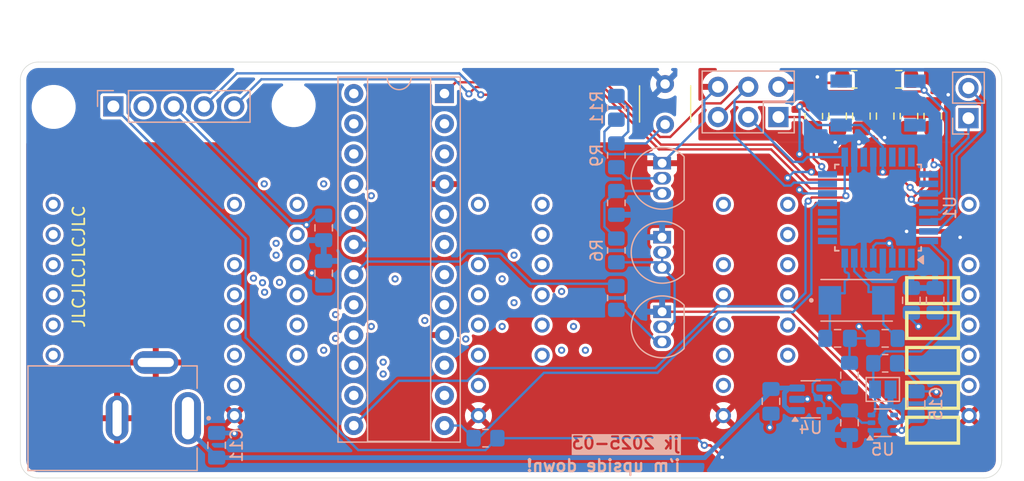
<source format=kicad_pcb>
(kicad_pcb (version 20240108) (generator "pcbnew") (generator_version "8.0")
  (layers (0 "F.Cu" signal) (1 "In1.Cu" signal) (2 "In2.Cu" signal) (31 "B.Cu" signal) (34 "B.Paste" user) (35 "F.Paste" user) (36 "B.SilkS" user "B.Silkscreen") (37 "F.SilkS" user "F.Silkscreen") (38 "B.Mask" user) (39 "F.Mask" user) (44 "Edge.Cuts" user))
  (net 0 "")
  (net 1 "Net-(U1-XTAL2{slash}PB7)")
  (net 2 "GND")
  (net 3 "Net-(U1-XTAL1{slash}PB6)")
  (net 4 "/mcu_reset")
  (net 5 "+5V")
  (net 6 "+3V3")
  (net 7 "/v_in_raw")
  (net 8 "/uart_rxd")
  (net 9 "/uart_txd")
  (net 10 "/spi_mosi")
  (net 11 "/spi_clk")
  (net 12 "/spi_miso")
  (net 13 "/3v3_en")
  (net 14 "/DIG_0")
  (net 15 "/SEG_F")
  (net 16 "/SEG_A")
  (net 17 "/SEG_C")
  (net 18 "/SEG_E")
  (net 19 "/SEG_LDP")
  (net 20 "/SEG_G")
  (net 21 "/SEG_D")
  (net 22 "/SEG_B")
  (net 23 "/DIG_1")
  (net 24 "/DIG_2")
  (net 25 "/DIG_3")
  (net 26 "Net-(Q1-B)")
  (net 27 "Net-(Q2-C)")
  (net 28 "Net-(Q3-B)")
  (net 29 "Net-(Q3-C)")
  (net 30 "/i2c_scl")
  (net 31 "/i2c_sda")
  (net 32 "Net-(R11-Pad1)")
  (net 33 "/spi_cs_max")
  (net 34 "/iset")
  (footprint "inv_footprints:LDS-C814RI_LUM" (layer "F.Cu") (at 51.26 37.72)
    (property "Reference" "LED1" (hide yes))
    (property "Value" "LDS-C814RI")
  )
  (footprint "inv_footprints:LDS-C814RI_LUM" (layer "F.Cu") (at 71.77 37.72)
    (property "Reference" "LED2" (hide yes))
    (property "Value" "LDS-C814RI")
  )
  (footprint "Resistor_SMD:R_0805_2012Metric_Pad1.20x1.40mm_HandSolder" (layer "F.Cu") (at 123.2 30.3 -90)
    (property "Reference" "R2" (hide yes))
    (property "Value" "5.1k")
  )
  (footprint "Resistor_SMD:R_0805_2012Metric_Pad1.20x1.40mm_HandSolder" (layer "F.Cu") (at 115.2 30.3 90)
    (property "Reference" "R4" (hide yes))
    (property "Value" "100k")
  )
  (footprint "Resistor_SMD:R_0805_2012Metric_Pad1.20x1.40mm_HandSolder" (layer "F.Cu") (at 118.6 27.2)
    (property "Reference" "R1" (hide yes))
    (property "Value" "10k")
  )
  (footprint "inv_footprints:LDS-C814RI_LUM" (layer "F.Cu") (at 92.3604 37.72)
    (property "Reference" "LED3" (hide yes))
    (property "Value" "LDS-C814RI")
  )
  (footprint "inv_footprints:LDS-C814RI_LUM" (layer "F.Cu") (at 113.01 37.72)
    (property "Reference" "LED4" (hide yes))
    (property "Value" "LDS-C814RI")
  )
  (footprint "OptoDevice:R_LDR_5.1x4.3mm_P3.4mm_Vertical" (layer "F.Cu") (at 102.7 27.6 -90)
    (property "Reference" "R7" (hide yes))
    (property "Value" "R_Photo")
  )
  (footprint "Resistor_SMD:R_0805_2012Metric_Pad1.20x1.40mm_HandSolder" (layer "F.Cu") (at 125.2 30.3 -90)
    (property "Reference" "R3" (hide yes))
    (property "Value" "5.1k")
  )
  (footprint "Capacitor_SMD:C_0805_2012Metric_Pad1.18x1.45mm_HandSolder" (layer "F.Cu") (at 119.2 30.3 90)
    (property "Reference" "C5" (hide yes))
    (property "Value" "100n")
  )
  (footprint "Capacitor_SMD:C_0805_2012Metric_Pad1.18x1.45mm_HandSolder" (layer "F.Cu") (at 117.2 30.3 90)
    (property "Reference" "C6" (hide yes))
    (property "Value" "100n")
  )
  (footprint "Capacitor_SMD:C_0805_2012Metric_Pad1.18x1.45mm_HandSolder" (layer "F.Cu") (at 121.2 30.3 90)
    (property "Reference" "C7" (hide yes))
    (property "Value" "100n")
  )
  (footprint "Capacitor_SMD:C_0805_2012Metric_Pad1.18x1.45mm_HandSolder" (layer "F.Cu") (at 122.35 27.2)
    (property "Reference" "C3" (hide yes))
    (property "Value" "0.1u")
  )
  (footprint "Resistor_SMD:R_0805_2012Metric_Pad1.20x1.40mm_HandSolder" (layer "B.Cu") (at 98.6 45.6 90)
    (property "Reference" "R10" (hide yes))
    (property "Value" "100k")
  )
  (footprint "inv_footprints:MPD_EJ508A" (layer "B.Cu") (at 59.8825 55.72 90)
    (property "Reference" "J3" (hide yes))
    (property "Value" "Conn_01x02")
  )
  (footprint "Capacitor_SMD:C_0805_2012Metric_Pad1.18x1.45mm_HandSolder" (layer "B.Cu") (at 65 58 90)
    (property "Reference" "C11")
    (property "Value" "1u")
  )
  (footprint "Resistor_SMD:R_0805_2012Metric_Pad1.20x1.40mm_HandSolder" (layer "B.Cu") (at 87.6 57.4 180)
    (property "Reference" "R8" (hide yes))
    (property "Value" "100k")
  )
  (footprint "Capacitor_SMD:C_0805_2012Metric_Pad1.18x1.45mm_HandSolder" (layer "B.Cu") (at 118.2 52.1 90)
    (property "Reference" "C13" (hide yes))
    (property "Value" "1u")
  )
  (footprint "Connector_PinHeader_2.54mm:PinHeader_1x02_P2.54mm_Vertical" (layer "B.Cu") (at 128.2 30.475)
    (property "Reference" "J1" (hide yes))
    (property "Value" "Conn_01x02")
  )
  (footprint "Capacitor_SMD:C_0805_2012Metric_Pad1.18x1.45mm_HandSolder" (layer "B.Cu") (at 125.4 45.8 -90)
    (property "Reference" "C4" (hide yes))
    (property "Value" "100n")
  )
  (footprint "Capacitor_SMD:C_0805_2012Metric_Pad1.18x1.45mm_HandSolder" (layer "B.Cu") (at 123.8 54.5 90)
    (property "Reference" "C15")
    (property "Value" "1u")
  )
  (footprint "Resistor_SMD:R_0805_2012Metric_Pad1.20x1.40mm_HandSolder" (layer "B.Cu") (at 98.6 41.6 -90)
    (property "Reference" "R6")
    (property "Value" "10k")
  )
  (footprint "Capacitor_SMD:C_0805_2012Metric_Pad1.18x1.45mm_HandSolder" (layer "B.Cu") (at 118.2 56.1 90)
    (property "Reference" "C14" (hide yes))
    (property "Value" "1u")
  )
  (footprint "Capacitor_SMD:C_0805_2012Metric_Pad1.18x1.45mm_HandSolder" (layer "B.Cu") (at 121.2 49 180)
    (property "Reference" "C2" (hide yes))
    (property "Value" "18p")
  )
  (footprint "Package_TO_SOT_SMD:SOT-23-5" (layer "B.Cu") (at 114.93 54.13)
    (property "Reference" "U4")
    (property "Value" "MIC5205-5.0YM5")
  )
  (footprint "Capacitor_SMD:C_0805_2012Metric_Pad1.18x1.45mm_HandSolder" (layer "B.Cu") (at 74 43.525 -90)
    (property "Reference" "C9" (hide yes))
    (property "Value" "10u")
  )
  (footprint "Package_TO_SOT_THT:TO-92_Inline" (layer "B.Cu") (at 102.45 34.26 -90)
    (property "Reference" "Q3" (hide yes))
    (property "Value" "2N3904")
  )
  (footprint "inv_footprints:SKQGADE010" (layer "B.Cu") (at 120.6 29.2 180)
    (property "Reference" "SW1" (hide yes))
    (property "Value" "SW_Push")
  )
  (footprint "Package_TO_SOT_THT:TO-92_Inline" (layer "B.Cu") (at 102.45 46.76 -90)
    (property "Reference" "Q2" (hide yes))
    (property "Value" "2N3906")
  )
  (footprint "Capacitor_SMD:C_0805_2012Metric_Pad1.18x1.45mm_HandSolder" (layer "B.Cu") (at 123.4 45.8 -90)
    (property "Reference" "C8" (hide yes))
    (property "Value" "100n")
  )
  (footprint "Capacitor_SMD:C_0805_2012Metric_Pad1.18x1.45mm_HandSolder" (layer "B.Cu") (at 111.6 54.3 -90)
    (property "Reference" "C12" (hide yes))
    (property "Value" "1u")
  )
  (footprint "Capacitor_SMD:C_0805_2012Metric_Pad1.18x1.45mm_HandSolder" (layer "B.Cu") (at 117.2 49)
    (property "Reference" "C1" (hide yes))
    (property "Value" "18p")
  )
  (footprint "Jumper:SolderJumper-2_P1.3mm_Open_Pad1.0x1.5mm" (layer "B.Cu") (at 121 53.3)
    (property "Reference" "JP1" (hide yes))
    (property "Value" "3v3_or")
  )
  (footprint "Resistor_SMD:R_0805_2012Metric_Pad1.20x1.40mm_HandSolder" (layer "B.Cu") (at 98.6 37.6 90)
    (property "Reference" "R5" (hide yes))
    (property "Value" "1k")
  )
  (footprint "inv_footprints:scd_40" (layer "B.Cu") (at 54.2 29.4 -90)
    (property "Reference" "U2" (hide yes))
    (property "Value" "~")
  )
  (footprint "Package_DIP:DIP-24_W7.62mm_Socket" (layer "B.Cu") (at 84.15 28.4 180)
    (property "Reference" "U3" (hide yes))
    (property "Value" "MAX7221xNG")
  )
  (footprint "Package_TO_SOT_THT:TO-92_Inline" (layer "B.Cu") (at 102.45 40.49 -90)
    (property "Reference" "Q1" (hide yes))
    (property "Value" "2N3906")
  )
  (footprint "Package_QFP:TQFP-32_7x7mm_P0.8mm" (layer "B.Cu") (at 120.6 38 90)
    (property "Reference" "U1")
    (property "Value" "ATmega328P-A")
  )
  (footprint "Resistor_SMD:R_0805_2012Metric_Pad1.20x1.40mm_HandSolder" (layer "B.Cu") (at 121.2 51.1)
    (property "Reference" "R12" (hide yes))
    (property "Value" "100k")
  )
  (footprint "Resistor_SMD:R_0805_2012Metric_Pad1.20x1.40mm_HandSolder" (layer "B.Cu") (at 98.6 33.6 -90)
    (property "Reference" "R9")
    (property "Value" "22k")
  )
  (footprint "Package_TO_SOT_SMD:SOT-353_SC-70-5" (layer "B.Cu") (at 121 56.1)
    (property "Reference" "U5")
    (property "Value" "MIC5366-3.3YC5")
  )
  (footprint "Capacitor_SMD:C_0805_2012Metric_Pad1.18x1.45mm_HandSolder" (layer "B.Cu") (at 74 39.7 90)
    (property "Reference" "C10" (hide yes))
    (property "Value" "0.1u")
  )
  (footprint "inv_footprints:XTAL_ECS-160-18-23A-EN-TR" (layer "B.Cu") (at 118.8 45.8)
    (property "Reference" "Y1" (hide yes))
    (property "Value" "16MHz")
  )
  (footprint "Connector_PinHeader_2.54mm:PinHeader_2x03_P2.54mm_Vertical" (layer "B.Cu") (at 112.225 30.375 90)
    (property "Reference" "J2" (hide yes))
    (property "Value" "Conn_02x03_Odd_Even")
  )
  (footprint "Resistor_SMD:R_0805_2012Metric_Pad1.20x1.40mm_HandSolder" (layer "B.Cu") (at 98.6 29.6 -90)
    (property "Reference" "R11")
    (property "Value" "100k")
  )
  (gr_line (start 50 25.75) (end 129.5 25.75) (stroke (width 0.05)) (layer "Edge.Cuts"))
  (gr_line (start 129.5 60.75) (end 50 60.75) (stroke (width 0.05)) (layer "Edge.Cuts"))
  (gr_arc (start 50 60.75) (mid 48.93934 60.31066) (end 48.5 59.25) (stroke (width 0.05)) (layer "Edge.Cuts"))
  (gr_arc (start 129.5 25.75) (mid 130.56066 26.18934) (end 131 27.25) (stroke (width 0.05)) (layer "Edge.Cuts"))
  (gr_line (start 48.5 59.25) (end 48.5 27.25) (stroke (width 0.05)) (layer "Edge.Cuts"))
  (gr_arc (start 48.5 27.25) (mid 48.93934 26.18934) (end 50 25.75) (stroke (width 0.05)) (layer "Edge.Cuts"))
  (gr_arc (start 131 59.25) (mid 130.56066 60.31066) (end 129.5 60.75) (stroke (width 0.05)) (layer "Edge.Cuts"))
  (gr_line (start 131 27.25) (end 131 59.25) (stroke (width 0.05)) (layer "Edge.Cuts"))
  (gr_text "jk 2025-03" (at 104 58.4 0) (layer "B.SilkS" knockout) (effects (font (size 1 1) (thickness 0.2) (bold yes)) (justify left bottom mirror)))
  (gr_text "i'm upside down!" (at 104.1 60.3 0) (layer "B.SilkS") (effects (font (size 1 1) (thickness 0.2) (bold yes)) (justify left bottom mirror)))
  (gr_text "JLCJLCJLCJLC" (at 54 48.2 90) (layer "F.SilkS") (effects (font (size 1 1)) (justify left bottom)))
  (gr_text "恒星重工業" (at 127.2 58.2 90) (layer "F.SilkS") (effects (font (size 3.75 3.5) (thickness 0.75) (bold yes)) (justify left bottom)))
  (segment (start 117.8 44.5) (end 117.8 45.2) (width 0.2) (layer "B.Cu") (net 1))
  (segment (start 117.15 45.2) (end 116.55 45.8) (width 0.2) (layer "B.Cu") (net 1))
  (segment (start 116.55 48.6125) (end 116.1625 49) (width 0.2) (layer "B.Cu") (net 1))
  (segment (start 117.8 42.25) (end 117.8 43.3) (width 0.2) (layer "B.Cu") (net 1))
  (segment (start 117.8 45.2) (end 117.15 45.2) (width 0.2) (layer "B.Cu") (net 1))
  (segment (start 117.8 44.24) (end 117.8 44.48) (width 0.2) (layer "B.Cu") (net 1))
  (segment (start 117.8 44.48) (end 117.8 44.5) (width 0.2) (layer "B.Cu") (net 1))
  (segment (start 118.15 43.65) (end 118.15 43.89) (width 0.2) (layer "B.Cu") (net 1))
  (segment (start 116.55 45.8) (end 116.55 48.6125) (width 0.2) (layer "B.Cu") (net 1))
  (arc (start 117.975 44.065) (mid 117.851256 44.116256) (end 117.8 44.24) (width 0.2) (layer "B.Cu") (net 1))
  (arc (start 118.15 43.89) (mid 118.098744 44.013744) (end 117.975 44.065) (width 0.2) (layer "B.Cu") (net 1))
  (arc (start 117.975 43.475) (mid 118.098744 43.526256) (end 118.15 43.65) (width 0.2) (layer "B.Cu") (net 1))
  (arc (start 117.8 43.3) (mid 117.851256 43.423744) (end 117.975 43.475) (width 0.2) (layer "B.Cu") (net 1))
  (segment (start 114 33.5) (end 114.5 34) (width 0.2) (layer "F.Cu") (net 2))
  (segment (start 114.5 34.5) (end 115 35) (width 0.2) (layer "F.Cu") (net 2))
  (segment (start 121.2 29.2625) (end 119.2 29.2625) (width 0.2) (layer "F.Cu") (net 2))
  (segment (start 119.2 29.2625) (end 117.2 29.2625) (width 0.2) (layer "F.Cu") (net 2))
  (segment (start 114.5 34) (end 114.5 34.5) (width 0.2) (layer "F.Cu") (net 2))
  (segment (start 113 35.5) (end 114 36.5) (width 0.2) (layer "F.Cu") (net 2))
  (segment (start 114.2 29.3) (end 114 29.5) (width 0.2) (layer "F.Cu") (net 2))
  (segment (start 115.2 29.3) (end 114.2 29.3) (width 0.2) (layer "F.Cu") (net 2))
  (segment (start 117.2 29.2625) (end 115.2375 29.2625) (width 0.2) (layer "F.Cu") (net 2))
  (segment (start 115.2375 29.2625) (end 115.2 29.3) (width 0.2) (layer "F.Cu") (net 2))
  (via (at 111.5 56.5) (size 0.6) (drill 0.3) (layers "F.Cu" "B.Cu") (net 2))
  (via (at 73 43.5) (size 0.6) (drill 0.3) (layers "F.Cu" "B.Cu") (net 2))
  (via (at 121.55 41) (size 0.6) (drill 0.3) (layers "F.Cu" "B.Cu") (net 2))
  (via (at 124 48) (size 0.6) (drill 0.3) (layers "F.Cu" "B.Cu") (net 2))
  (via (at 66.5 57) (size 0.6) (drill 0.3) (layers "F.Cu" "B.Cu") (net 2))
  (via (at 119 48) (size 0.6) (drill 0.3) (layers "F.Cu" "B.Cu") (net 2))
  (via (at 114.661036 54.108964) (size 0.6) (drill 0.3) (layers "F.Cu" "B.Cu") (net 2))
  (via (at 114 29.5) (size 0.6) (drill 0.3) (layers "F.Cu" "B.Cu") (net 2))
  (via (at 72.55625 39.441439) (size 0.6) (drill 0.3) (layers "F.Cu" "B.Cu") (net 2))
  (via (at 114 33.5) (size 0.6) (drill 0.3) (layers "F.Cu" "B.Cu") (net 2))
  (via (at 121 35) (size 0.6) (drill 0.3) (layers "F.Cu" "B.Cu") (net 2))
  (via (at 115 35) (size 0.6) (drill 0.3) (layers "F.Cu" "B.Cu") (net 2))
  (via (at 114 36.5) (size 0.6) (drill 0.3) (layers "F.Cu" "B.Cu") (net 2))
  (via (at 116.5 54) (size 0.6) (drill 0.3) (layers "F.Cu" "B.Cu") (net 2))
  (via (at 125.5 53.5) (size 0.6) (drill 0.3) (layers "F.Cu" "B.Cu") (net 2))
  (via (at 113 35.5) (size 0.6) (drill 0.3) (layers "F.Cu" "B.Cu") (net 2))
  (segment (start 101.69 33.5) (end 102.45 34.26) (width 0.2) (layer "B.Cu") (net 2))
  (segment (start 118.2 51.0625) (end 118.2 49.0375) (width 0.2) (layer "B.Cu") (net 2))
  (segment (start 97.915256 33.5) (end 101.69 33.5) (width 0.2) (layer "B.Cu") (net 2))
  (segment (start 102.45 34.26) (end 105.995 30.715) (width 0.2) (layer "B.Cu") (net 2))
  (segment (start 119.175 31.05) (end 117.5 31.05) (width 0.2) (layer "B.Cu") (net 2))
  (segment (start 116.35 36.8) (end 114.3 36.8) (width 0.2) (layer "B.Cu") (net 2))
  (segment (start 115.55 31.05) (end 117.5 31.05) (width 0.2) (layer "B.Cu") (net 2))
  (segment (start 125.4 46.8375) (end 123.4 46.8375) (width 0.2) (layer "B.Cu") (net 2))
  (segment (start 61.4 29.48) (end 71.245 39.325) (width 0.2) (layer "B.Cu") (net 2))
  (segment (start 120.2 41.25) (end 120.2 42.25) (width 0.2) (layer "B.Cu") (net 2))
  (segment (start 66.4625 56.9625) (end 66.5 57) (width 0.4) (layer "B.Cu") (net 2))
  (segment (start 113.7925 54.13) (end 114.64 54.13) (width 0.2) (layer "B.Cu") (net 2))
  (segment (start 120 49) (end 119 48) (width 0.2) (layer "B.Cu") (net 2))
  (segment (start 123.8 52.7) (end 122.2 51.1) (width 0.2) (layer "B.Cu") (net 2))
  (segment (start 121 33.75) (end 121 35) (width 0.2) (layer "B.Cu") (net 2))
  (segment (start 111.6 55.3375) (end 111.6 56.4) (width 0.2) (layer "B.Cu") (net 2))
  (segment (start 121.8 42.25) (end 121.8 41.25) (width 0.2) (layer "B.Cu") (net 2))
  (segment (start 114 29.5) (end 115.55 31.05) (width 0.2) (layer "B.Cu") (net 2))
  (segment (start 123.8 53.4625) (end 123.8 52.7) (width 0.2) (layer "B.Cu") (net 2))
  (segment (start 105.995 28.985) (end 107.145 27.835) (width 0.2) (layer "B.Cu") (net 2))
  (segment (start 73.335189 38.6625) (end 72.55625 39.441439) (width 0.2) (layer "B.Cu") (net 2))
  (segment (start 117.5625 55.0625) (end 116.5 54) (width 0.2) (layer "B.Cu") (net 2))
  (segment (start 97.6 31.6) (end 97.6 33.184744) (width 0.2) (layer "B.Cu") (net 2))
  (segment (start 105.995 30.715) (end 105.995 28.985) (width 0.2) (layer "B.Cu") (net 2))
  (segment (start 123.4 47.4) (end 124 48) (width 0.2) (layer "B.Cu") (net 2))
  (segment (start 98.6 30.6) (end 97.6 31.6) (width 0.2) (layer "B.Cu") (net 2))
  (segment (start 114.64 54.13) (end 114.661036 54.108964) (width 0.2) (layer "B.Cu") (net 2))
  (segment (start 97.6 33.184744) (end 97.915256 33.5) (width 0.2) (layer "B.Cu") (net 2))
  (segment (start 120.1625 49) (end 118.2375 49) (width 0.2) (layer "B.Cu") (net 2))
  (segment (start 120.05 56.1) (end 119.2375 56.1) (width 0.2) (layer "B.Cu") (net 2))
  (segment (start 123.4 46.8375) (end 123.4 47.4) (width 0.2) (layer "B.Cu") (net 2))
  (segment (start 113.5 35) (end 113 35.5) (width 0.2) (layer "B.Cu") (net 2))
  (segment (start 121 32.875) (end 119.175 31.05) (width 0.2) (layer "B.Cu") (net 2))
  (segment (start 74 44.5) (end 73 43.5) (width 0.2) (layer "B.Cu") (net 2))
  (segment (start 114.3 36.8) (end 114 36.5) (width 0.2) (layer "B.Cu") (net 2))
  (segment (start 72.439811 39.325) (end 72.55625 39.441439) (width 0.2) (layer "B.Cu") (net 2))
  (segment (start 121.8 41.25) (end 121.55 41) (width 0.2) (layer "B.Cu") (net 2))
  (segment (start 118.2 55.0625) (end 117.5625 55.0625) (width 0.2) (layer "B.Cu") (net 2))
  (segment (start 74 38.6625) (end 73.335189 38.6625) (width 0.2) (layer "B.Cu") (net 2))
  (segment (start 121 33.75) (end 121 32.875) (width 0.2) (layer "B.Cu") (net 2))
  (segment (start 111.6 56.4) (end 111.5 56.5) (width 0.2) (layer "B.Cu") (net 2))
  (segment (start 65 56.9625) (end 66.4625 56.9625) (width 0.4) (layer "B.Cu") (net 2))
  (segment (start 74 44.5625) (end 74 44.5) (width 0.2) (layer "B.Cu") (net 2))
  (segment (start 121.55 41) (end 120.45 41) (width 0.2) (layer "B.Cu") (net 2))
  (segment (start 118.2 49.0375) (end 118.2375 49) (width 0.2) (layer "B.Cu") (net 2))
  (segment (start 115 35) (end 113.5 35) (width 0.2) (layer "B.Cu") (net 2))
  (segment (start 120.1625 49) (end 120 49) (width 0.2) (layer "B.Cu") (net 2))
  (segment (start 120.45 41) (end 120.2 41.25) (width 0.2) (layer "B.Cu") (net 2))
  (segment (start 123.8 53.4625) (end 125.4625 53.4625) (width 0.2) (layer "B.Cu") (net 2))
  (segment (start 71.245 39.325) (end 72.439811 39.325) (width 0.2) (layer "B.Cu") (net 2))
  (segment (start 114 29.5) (end 114 33.5) (width 0.2) (layer "B.Cu") (net 2))
  (segment (start 119.2375 56.1) (end 118.2 55.0625) (width 0.2) (layer "B.Cu") (net 2))
  (segment (start 125.4625 53.4625) (end 125.5 53.5) (width 0.2) (layer "B.Cu") (net 2))
  (segment (start 119.8 45.1) (end 120.35 45.1) (width 0.2) (layer "B.Cu") (net 3))
  (segment (start 119.8 44.55) (end 119.8 45.1) (width 0.2) (layer "B.Cu") (net 3))
  (segment (start 121.05 47.8125) (end 122.2375 49) (width 0.2) (layer "B.Cu") (net 3))
  (segment (start 120.35 45.1) (end 121.05 45.8) (width 0.2) (layer "B.Cu") (net 3))
  (segment (start 121.05 45.8) (end 121.05 47.8125) (width 0.2) (layer "B.Cu") (net 3))
  (segment (start 118.6 43.35) (end 119.8 44.55) (width 0.2) (layer "B.Cu") (net 3))
  (segment (start 118.6 42.25) (end 118.6 43.35) (width 0.2) (layer "B.Cu") (net 3))
  (segment (start 121.3125 27.2) (end 122.3375 28.225) (width 0.2) (layer "F.Cu") (net 4))
  (segment (start 122.3375 28.225) (end 124.375 28.225) (width 0.2) (layer "F.Cu") (net 4))
  (segment (start 113.480761 29.1) (end 108.42 29.1) (width 0.2) (layer "F.Cu") (net 4))
  (segment (start 115.834314 27.9) (end 114.680761 27.9) (width 0.2) (layer "F.Cu") (net 4))
  (segment (start 114.680761 27.9) (end 113.480761 29.1) (width 0.2) (layer "F.Cu") (net 4))
  (segment (start 124.375 28.225) (end 124.475 28.125) (width 0.2) (layer "F.Cu") (net 4))
  (segment (start 119.6 27.2) (end 121.3125 27.2) (width 0.2) (layer "F.Cu") (net 4))
  (segment (start 118.6 28.2) (end 116.134314 28.2) (width 0.2) (layer "F.Cu") (net 4))
  (segment (start 119.6 27.2) (end 118.6 28.2) (width 0.2) (layer "F.Cu") (net 4))
  (segment (start 108.42 29.1) (end 107.145 30.375) (width 0.2) (layer "F.Cu") (net 4))
  (segment (start 116.134314 28.2) (end 115.834314 27.9) (width 0.2) (layer "F.Cu") (net 4))
  (via (at 124.475 28.125) (size 0.6) (drill 0.3) (layers "F.Cu" "B.Cu") (net 4))
  (segment (start 124.475 28.125) (end 123.7 27.35) (width 0.2) (layer "B.Cu") (net 4))
  (segment (start 126.35 37.9) (end 126.35 30) (width 0.2) (layer "B.Cu") (net 4))
  (segment (start 126.35 30) (end 124.475 28.125) (width 0.2) (layer "B.Cu") (net 4))
  (segment (start 124.85 38.4) (end 125.85 38.4) (width 0.2) (layer "B.Cu") (net 4))
  (segment (start 125.85 38.4) (end 126.35 37.9) (width 0.2) (layer "B.Cu") (net 4))
  (segment (start 117.3 27.5) (end 112.56 27.5) (width 0.2) (layer "F.Cu") (net 5))
  (segment (start 117.2 32.3) (end 117 32.5) (width 0.2) (layer "F.Cu") (net 5))
  (segment (start 121.2 31.3375) (end 121.2 32.054399) (width 0.2) (layer "F.Cu") (net 5))
  (segment (start 119.2 32.259418) (end 118.991178 32.46824) (width 0.2) (layer "F.Cu") (net 5))
  (segment (start 119.2 31.3375) (end 121.2 31.3375) (width 0.2) (layer "F.Cu") (net 5))
  (segment (start 125.2 29.3) (end 125.7 29.3) (width 0.2) (layer "F.Cu") (net 5))
  (segment (start 106.5 58) (end 107.5 59) (width 0.2) (layer "F.Cu") (net 5))
  (segment (start 127 40) (end 127.5 40.5) (width 0.4) (layer "F.Cu") (net 5))
  (segment (start 121.2 31.3375) (end 121.2 31.3) (width 0.2) (layer "F.Cu") (net 5))
  (segment (start 123 40) (end 127 40) (width 0.4) (layer "F.Cu") (net 5))
  (segment (start 112.56 27.5) (end 112.225 27.835) (width 0.2) (layer "F.Cu") (net 5))
  (segment (start 119.2 31.3375) (end 119.2 32.259418) (width 0.2) (layer "F.Cu") (net 5))
  (segment (start 116 27.5) (end 115.5 27) (width 0.2) (layer "F.Cu") (net 5))
  (segment (start 121.2 31.3) (end 123.2 29.3) (width 0.2) (layer "F.Cu") (net 5))
  (segment (start 106 58) (end 106.5 58) (width 0.2) (layer "F.Cu") (net 5))
  (segment (start 121.2 32.054399) (end 121.149319 32.10508) (width 0.2) (layer "F.Cu") (net 5))
  (segment (start 117.3 27.5) (end 116 27.5) (width 0.2) (layer "F.Cu") (net 5))
  (segment (start 117.2 31.3375) (end 117.2 32.3) (width 0.2) (layer "F.Cu") (net 5))
  (segment (start 117.6 27.2) (end 117.3 27.5) (width 0.2) (layer "F.Cu") (net 5))
  (segment (start 125.7 29.3) (end 126.5 28.5) (width 0.2) (layer "F.Cu") (net 5))
  (segment (start 123.2 29.3) (end 125.2 29.3) (width 0.2) (layer "F.Cu") (net 5))
  (segment (start 121.2 31.3375) (end 117.2 31.3375) (width 0.2) (layer "F.Cu") (net 5))
  (via (at 117 32.5) (size 0.6) (drill 0.3) (layers "F.Cu" "B.Cu") (net 5))
  (via (at 107.5 59) (size 0.6) (drill 0.3) (layers "F.Cu" "B.Cu") (net 5))
  (via (at 115.5 27) (size 0.6) (drill 0.3) (layers "F.Cu" "B.Cu") (net 5))
  (via (at 123 40) (size 0.6) (drill 0.3) (layers "F.Cu" "B.Cu") (net 5))
  (via (at 127.5 40.5) (size 0.6) (drill 0.3) (layers "F.Cu" "B.Cu") (net 5))
  (via (at 106 58) (size 0.6) (drill 0.3) (layers "F.Cu" "B.Cu") (net 5))
  (via (at 118.991178 32.46824) (size 0.6) (drill 0.3) (layers "F.Cu" "B.Cu") (net 5))
  (via (at 121.149319 32.10508) (size 0.6) (drill 0.3) (layers "F.Cu" "B.Cu") (net 5))
  (via (at 126.5 28.5) (size 0.6) (drill 0.3) (layers "F.Cu" "B.Cu") (net 5))
  (segment (start 115.444448 52.5) (end 117 52.5) (width 0.2) (layer "B.Cu") (net 5))
  (segment (start 117.6375 53.1375) (end 117 52.5) (width 0.2) (layer "B.Cu") (net 5))
  (segment (start 119.4 42.25) (end 119.4 40.1) (width 0.4) (layer "B.Cu") (net 5))
  (segment (start 115.105 53.520552) (end 115.105 52.839448) (width 0.2) (layer "B.Cu") (net 5))
  (segment (start 118.2 53.1375) (end 117.6375 53.1375) (width 0.2) (layer "B.Cu") (net 5))
  (segment (start 119.4 43.25) (end 119.65 43.5) (width 0.2) (layer "B.Cu") (net 5))
  (segment (start 116.0675 55.08) (end 116.0675 54.483052) (width 0.2) (layer "B.Cu") (net 5))
  (segment (start 115.105 52.839448) (end 115.444448 52.5) (width 0.2) (layer "B.Cu") (net 5))
  (segment (start 87.6 58.4) (end 76.9 58.4) (width 0.2) (layer "B.Cu") (net 5))
  (segment (start 67.435 48.935) (end 67.435 40.595) (width 0.2) (layer "B.Cu") (net 5))
  (segment (start 116.0675 54.483052) (end 115.105 53.520552) (width 0.2) (layer "B.Cu") (net 5))
  (segment (start 67.435 40.595) (end 56.32 29.48) (width 0.2) (layer "B.Cu") (net 5))
  (segment (start 119.5 40) (end 123 40) (width 0.4) (layer "B.Cu") (net 5))
  (segment (start 119.4 40.1) (end 119.5 40) (width 0.4) (layer "B.Cu") (net 5))
  (segment (start 119.4 42.25) (end 119.4 43.25) (width 0.2) (layer "B.Cu") (net 5))
  (segment (start 88.6 57.4) (end 105.4 57.4) (width 0.2) (layer "B.Cu") (net 5))
  (segment (start 119.65 43.5) (end 120 43.5) (width 0.2) (layer "B.Cu") (net 5))
  (segment (start 105.4 57.4) (end 106 58) (width 0.2) (layer "B.Cu") (net 5))
  (segment (start 88.6 57.4) (end 87.6 58.4) (width 0.2) (layer "B.Cu") (net 5))
  (segment (start 76.9 58.4) (end 67.435 48.935) (width 0.2) (layer "B.Cu") (net 5))
  (segment (start 102.45 46.76) (end 113.26 46.76) (width 0.2) (layer "F.Cu") (net 6))
  (segment (start 122.5875 56.0875) (end 122.5875 56.75) (width 0.2) (layer "F.Cu") (net 6))
  (segment (start 113.26 46.76) (end 122.5875 56.0875) (width 0.2) (layer "F.Cu") (net 6))
  (via (at 122.5875 56.75) (size 0.6) (drill 0.3) (layers "F.Cu" "B.Cu") (net 6))
  (segment (start 121.95 56.75) (end 122.5875 56.75) (width 0.2) (layer "B.Cu") (net 6))
  (segment (start 122.5875 56.75) (end 123.8 55.5375) (width 0.2) (layer "B.Cu") (net 6))
  (segment (start 111.6825 53.18) (end 111.6 53.2625) (width 0.4) (layer "B.Cu") (net 7))
  (segment (start 111.6 53.2625) (end 111.6 53.460661) (width 0.4) (layer "B.Cu") (net 7))
  (segment (start 111.6 53.460661) (end 106.023161 59.0375) (width 0.4) (layer "B.Cu") (net 7))
  (segment (start 112.73 54.679999) (end 112.73 53.580001) (width 0.4) (layer "B.Cu") (net 7))
  (segment (start 113.7925 55.08) (end 113.130001 55.08) (width 0.4) (layer "B.Cu") (net 7))
  (segment (start 113.130001 55.08) (end 112.73 54.679999) (width 0.4) (layer "B.Cu") (net 7))
  (segment (start 112.73 53.580001) (end 113.130001 53.18) (width 0.4) (layer "B.Cu") (net 7))
  (segment (start 62.5875 56.625) (end 62.5875 55.72) (width 0.4) (layer "B.Cu") (net 7))
  (segment (start 113.130001 53.18) (end 113.7925 53.18) (width 0.4) (layer "B.Cu") (net 7))
  (segment (start 113.7925 53.18) (end 111.6825 53.18) (width 0.4) (layer "B.Cu") (net 7))
  (segment (start 106.023161 59.0375) (end 65 59.0375) (width 0.4) (layer "B.Cu") (net 7))
  (segment (start 65 59.0375) (end 62.5875 56.625) (width 0.4) (layer "B.Cu") (net 7))
  (segment (start 126.8 38.015686) (end 126.8 33.5) (width 0.2) (layer "B.Cu") (net 8))
  (segment (start 125.840686 38.975) (end 126.8 38.015686) (width 0.2) (layer "B.Cu") (net 8))
  (segment (start 126.8 33.5) (end 128.2 32.1) (width 0.2) (layer "B.Cu") (net 8))
  (segment (start 128.2 32.1) (end 128.2 30.475) (width 0.2) (layer "B.Cu") (net 8))
  (segment (start 124.85 39.2) (end 125.075 38.975) (width 0.2) (layer "B.Cu") (net 8))
  (segment (start 125.075 38.975) (end 125.840686 38.975) (width 0.2) (layer "B.Cu") (net 8))
  (segment (start 129.35 29.085) (end 128.2 27.935) (width 0.2) (layer "B.Cu") (net 9))
  (segment (start 127.2 33.665686) (end 129.35 31.515686) (width 0.2) (layer "B.Cu") (net 9))
  (segment (start 129.35 31.515686) (end 129.35 29.085) (width 0.2) (layer "B.Cu") (net 9))
  (segment (start 127.2 38.375) (end 127.2 33.665686) (width 0.2) (layer "B.Cu") (net 9))
  (segment (start 124.85 40) (end 125.575 40) (width 0.2) (layer "B.Cu") (net 9))
  (segment (start 125.575 40) (end 127.2 38.375) (width 0.2) (layer "B.Cu") (net 9))
  (segment (start 105.959925 29.225) (end 107.381346 29.225) (width 0.2) (layer "F.Cu") (net 10))
  (segment (start 107.381346 29.225) (end 108.771346 27.835) (width 0.2) (layer "F.Cu") (net 10))
  (segment (start 85.1 27.45) (end 97.665075 27.45) (width 0.2) (layer "F.Cu") (net 10))
  (segment (start 108.771346 27.835) (end 109.685 27.835) (width 0.2) (layer "F.Cu") (net 10))
  (segment (start 84.15 28.4) (end 85.1 27.45) (width 0.2) (layer "F.Cu") (net 10))
  (segment (start 97.665075 27.45) (end 102.265075 32.05) (width 0.2) (layer "F.Cu") (net 10))
  (segment (start 102.265075 32.05) (end 103.134925 32.05) (width 0.2) (layer "F.Cu") (net 10))
  (segment (start 103.134925 32.05) (end 105.959925 29.225) (width 0.2) (layer "F.Cu") (net 10))
  (segment (start 108.535 31.954239) (end 108.535 28.985) (width 0.2) (layer "B.Cu") (net 10))
  (segment (start 108.535 28.985) (end 109.685 27.835) (width 0.2) (layer "B.Cu") (net 10))
  (segment (start 116.35 36) (end 116.25 35.9) (width 0.2) (layer "B.Cu") (net 10))
  (segment (start 116.25 35.9) (end 113.519239 35.9) (width 0.2) (layer "B.Cu") (net 10))
  (segment (start 112.730761 36.15) (end 108.535 31.954239) (width 0.2) (layer "B.Cu") (net 10))
  (segment (start 113.269239 36.15) (end 112.730761 36.15) (width 0.2) (layer "B.Cu") (net 10))
  (segment (start 113.519239 35.9) (end 113.269239 36.15) (width 0.2) (layer "B.Cu") (net 10))
  (segment (start 117.751854 37.148146) (end 115.030759 37.148146) (width 0.2) (layer "F.Cu") (net 11))
  (segment (start 115.030759 37.148146) (end 114.728905 37.45) (width 0.2) (layer "F.Cu") (net 11))
  (segment (start 117.9 37) (end 117.751854 37.148146) (width 0.2) (layer "F.Cu") (net 11))
  (via (at 114.728905 37.45) (size 0.6) (drill 0.3) (layers "F.Cu" "B.Cu") (net 11))
  (via (at 117.9 37) (size 0.6) (drill 0.3) (layers "F.Cu" "B.Cu") (net 11))
  (segment (start 114.5 45.17229) (end 114.5 37.678905) (width 0.2) (layer "B.Cu") (net 11))
  (segment (start 113.37229 46.3) (end 114.5 45.17229) (width 0.2) (layer "B.Cu") (net 11))
  (segment (start 76.53 56.34) (end 80.29729 52.57271) (width 0.2) (layer "B.Cu") (net 11))
  (segment (start 80.29729 52.57271) (end 86.075 52.57271) (width 0.2) (layer "B.Cu") (net 11))
  (segment (start 101.9 51.5) (end 107.1 46.3) (width 0.2) (layer "B.Cu") (net 11))
  (segment (start 86.075 52.57271) (end 87.14771 51.5) (width 0.2) (layer "B.Cu") (net 11))
  (segment (start 87.14771 51.5) (end 101.9 51.5) (width 0.2) (layer "B.Cu") (net 11))
  (segment (start 114.669239 33.75) (end 114.269239 34.15) (width 0.2) (layer "B.Cu") (net 11))
  (segment (start 113.46 34.15) (end 109.685 30.375) (width 0.2) (layer "B.Cu") (net 11))
  (segment (start 117.8 33.75) (end 114.669239 33.75) (width 0.2) (layer "B.Cu") (net 11))
  (segment (start 107.1 46.3) (end 113.37229 46.3) (width 0.2) (layer "B.Cu") (net 11))
  (segment (start 117.8 33.75) (end 117.8 36.9) (width 0.2) (layer "B.Cu") (net 11))
  (segment (start 114.5 37.678905) (end 114.728905 37.45) (width 0.2) (layer "B.Cu") (net 11))
  (segment (start 114.269239 34.15) (end 113.46 34.15) (width 0.2) (layer "B.Cu") (net 11))
  (segment (start 117.8 36.9) (end 117.9 37) (width 0.2) (layer "B.Cu") (net 11))
  (segment (start 115.2 33.88076) (end 115.863797 34.544557) (width 0.2) (layer "F.Cu") (net 12))
  (segment (start 115.2 31.3) (end 115.2 33.88076) (width 0.2) (layer "F.Cu") (net 12))
  (segment (start 114.275 30.375) (end 112.225 30.375) (width 0.2) (layer "F.Cu") (net 12))
  (segment (start 115.2 31.3) (end 114.275 30.375) (width 0.2) (layer "F.Cu") (net 12))
  (via (at 115.863797 34.544557) (size 0.6) (drill 0.3) (layers "F.Cu" "B.Cu") (net 12))
  (segment (start 116.35 35.2) (end 115.863797 34.713797) (width 0.2) (layer "B.Cu") (net 12))
  (segment (start 115.863797 34.713797) (end 115.863797 34.544557) (width 0.2) (layer "B.Cu") (net 12))
  (segment (start 124.2 50.1) (end 126.5 47.8) (width 0.2) (layer "B.Cu") (net 13))
  (segment (start 126.5 42.45) (end 124.85 40.8) (width 0.2) (layer "B.Cu") (net 13))
  (segment (start 120.35 53.3) (end 120.35 55.15) (width 0.2) (layer "B.Cu") (net 13))
  (segment (start 126.5 47.8) (end 126.5 42.45) (width 0.2) (layer "B.Cu") (net 13))
  (segment (start 120.2 51.1) (end 121.2 50.1) (width 0.2) (layer "B.Cu") (net 13))
  (segment (start 120.35 55.15) (end 120.05 55.45) (width 0.2) (layer "B.Cu") (net 13))
  (segment (start 120.2 53.15) (end 120.35 53.3) (width 0.2) (layer "B.Cu") (net 13))
  (segment (start 120.2 51.1) (end 120.2 53.15) (width 0.2) (layer "B.Cu") (net 13))
  (segment (start 121.2 50.1) (end 124.2 50.1) (width 0.2) (layer "B.Cu") (net 13))
  (via (at 79 51) (size 0.6) (drill 0.3) (layers "F.Cu" "B.Cu") (net 15))
  (via (at 74 50) (size 0.6) (drill 0.3) (layers "F.Cu" "B.Cu") (net 15))
  (via (at 75 49) (size 0.6) (drill 0.3) (layers "F.Cu" "B.Cu") (net 15))
  (via (at 82.5 47.5) (size 0.6) (drill 0.3) (layers "F.Cu" "B.Cu") (net 15))
  (via (at 78 37) (size 0.6) (drill 0.3) (layers "F.Cu" "B.Cu") (net 16))
  (via (at 78 48) (size 0.6) (drill 0.3) (layers "F.Cu" "B.Cu") (net 16))
  (via (at 96 50) (size 0.6) (drill 0.3) (layers "F.Cu" "B.Cu") (net 17))
  (via (at 75 47) (size 0.6) (drill 0.3) (layers "F.Cu" "B.Cu") (net 17))
  (via (at 89 48) (size 0.6) (drill 0.3) (layers "F.Cu" "B.Cu") (net 17))
  (via (at 94 50) (size 0.6) (drill 0.3) (layers "F.Cu" "B.Cu") (net 17))
  (via (at 79 52) (size 0.6) (drill 0.3) (layers "F.Cu" "B.Cu") (net 19))
  (via (at 70 42) (size 0.6) (drill 0.3) (layers "F.Cu" "B.Cu") (net 19))
  (via (at 68.856775 44.319159) (size 0.6) (drill 0.3) (layers "F.Cu" "B.Cu") (net 19))
  (via (at 80 44) (size 0.6) (drill 0.3) (layers "F.Cu" "B.Cu") (net 20))
  (via (at 95 48) (size 0.6) (drill 0.3) (layers "F.Cu" "B.Cu") (net 20))
  (via (at 70 41) (size 0.6) (drill 0.3) (layers "F.Cu" "B.Cu") (net 21))
  (via (at 68.09786 43.936338) (size 0.6) (drill 0.3) (layers "F.Cu" "B.Cu") (net 21))
  (via (at 85.944103 49.055633) (size 0.6) (drill 0.3) (layers "F.Cu" "B.Cu") (net 22))
  (via (at 90 46) (size 0.6) (drill 0.3) (layers "F.Cu" "B.Cu") (net 22))
  (via (at 94 45.055) (size 0.6) (drill 0.3) (layers "F.Cu" "B.Cu") (net 22))
  (via (at 69.03143 45.117213) (size 0.6) (drill 0.3) (layers "F.Cu" "B.Cu") (net 23))
  (via (at 69 36) (size 0.6) (drill 0.3) (layers "F.Cu" "B.Cu") (net 23))
  (via (at 70.285 44.285) (size 0.6) (drill 0.3) (layers "F.Cu" "B.Cu") (net 23))
  (via (at 74 36) (size 0.6) (drill 0.3) (layers "F.Cu" "B.Cu") (net 23))
  (via (at 90 42) (size 0.6) (drill 0.3) (layers "F.Cu" "B.Cu") (net 24))
  (via (at 89 44) (size 0.6) (drill 0.3) (layers "F.Cu" "B.Cu") (net 25))
  (segment (start 103.5 47.585) (end 103.5 44.08) (width 0.2) (layer "B.Cu") (net 26))
  (segment (start 98.6 42.6) (end 102.02 42.6) (width 0.2) (layer "B.Cu") (net 26))
  (segment (start 102.02 42.6) (end 102.45 43.03) (width 0.2) (layer "B.Cu") (net 26))
  (segment (start 102.45 43.03) (end 102.45 41.76) (width 0.2) (layer "B.Cu") (net 26))
  (segment (start 103.055 48.03) (end 103.5 47.585) (width 0.2) (layer "B.Cu") (net 26))
  (segment (start 102.45 48.03) (end 103.055 48.03) (width 0.2) (layer "B.Cu") (net 26))
  (segment (start 103.5 44.08) (end 102.45 43.03) (width 0.2) (layer "B.Cu") (net 26))
  (segment (start 99.3 46.6) (end 102 49.3) (width 0.2) (layer "B.Cu") (net 27))
  (segment (start 98.6 46.6) (end 99.3 46.6) (width 0.2) (layer "B.Cu") (net 27))
  (segment (start 102 49.3) (end 102.45 49.3) (width 0.2) (layer "B.Cu") (net 27))
  (segment (start 98.6 34.6) (end 99.53 35.53) (width 0.2) (layer "B.Cu") (net 28))
  (segment (start 99.53 35.53) (end 102.45 35.53) (width 0.2) (layer "B.Cu") (net 28))
  (segment (start 102.25 36.6) (end 102.45 36.8) (width 0.2) (layer "B.Cu") (net 29))
  (segment (start 97.6 39.6) (end 97.6 37.6) (width 0.2) (layer "B.Cu") (net 29))
  (segment (start 97.6 37.6) (end 98.6 36.6) (width 0.2) (layer "B.Cu") (net 29))
  (segment (start 98.6 40.6) (end 97.6 39.6) (width 0.2) (layer "B.Cu") (net 29))
  (segment (start 98.6 36.6) (end 102.25 36.6) (width 0.2) (layer "B.Cu") (net 29))
  (segment (start 87.2 28.5) (end 97.583703 28.5) (width 0.2) (layer "F.Cu") (net 30))
  (segment (start 102.183703 33.1) (end 111.615075 33.1) (width 0.2) (layer "F.Cu") (net 30))
  (segment (start 114.900075 36.385) (end 122.485 36.385) (width 0.2) (layer "F.Cu") (net 30))
  (segment (start 124.5 32.6) (end 123.2 31.3) (width 0.2) (layer "F.Cu") (net 30))
  (segment (start 124.5 36.2) (end 124.5 32.6) (width 0.2) (layer "F.Cu") (net 30))
  (segment (start 122.485 36.385) (end 123.4 37.3) (width 0.2) (layer "F.Cu") (net 30))
  (segment (start 111.615075 33.1) (end 114.900075 36.385) (width 0.2) (layer "F.Cu") (net 30))
  (segment (start 97.583703 28.5) (end 102.183703 33.1) (width 0.2) (layer "F.Cu") (net 30))
  (segment (start 123.4 37.3) (end 124.5 36.2) (width 0.2) (layer "F.Cu") (net 30))
  (via (at 87.2 28.5) (size 0.6) (drill 0.3) (layers "F.Cu" "B.Cu") (net 30))
  (via (at 123.4 37.3) (size 0.6) (drill 0.3) (layers "F.Cu" "B.Cu") (net 30))
  (segment (start 66.72 26.7) (end 63.94 29.48) (width 0.2) (layer "B.Cu") (net 30))
  (segment (start 123.7 37.6) (end 123.4 37.3) (width 0.2) (layer "B.Cu") (net 30))
  (segment (start 85.4 26.7) (end 66.72 26.7) (width 0.2) (layer "B.Cu") (net 30))
  (segment (start 87.2 28.5) (end 85.4 26.7) (width 0.2) (layer "B.Cu") (net 30))
  (segment (start 124.85 37.6) (end 123.7 37.6) (width 0.2) (layer "B.Cu") (net 30))
  (segment (start 97.499389 27.85) (end 86.779316 27.85) (width 0.2) (layer "F.Cu") (net 31))
  (segment (start 111.780761 32.7) (end 102.349389 32.7) (width 0.2) (layer "F.Cu") (net 31))
  (segment (start 102.349389 32.7) (end 97.499389 27.85) (width 0.2) (layer "F.Cu") (net 31))
  (segment (start 114.730761 35.65) (end 111.780761 32.7) (width 0.2) (layer "F.Cu") (net 31))
  (segment (start 123.3 36.3) (end 122.65 35.65) (width 0.2) (layer "F.Cu") (net 31))
  (segment (start 122.65 35.65) (end 114.730761 35.65) (width 0.2) (layer "F.Cu") (net 31))
  (segment (start 86.779316 27.85) (end 86.205038 28.424278) (width 0.2) (layer "F.Cu") (net 31))
  (segment (start 125.2 31.3) (end 125.2 34.299992) (width 0.2) (layer "F.Cu") (net 31))
  (segment (start 125.2 34.299992) (end 125.300008 34.4) (width 0.2) (layer "F.Cu") (net 31))
  (via (at 123.3 36.3) (size 0.6) (drill 0.3) (layers "F.Cu" "B.Cu") (net 31))
  (via (at 86.205038 28.424278) (size 0.6) (drill 0.3) (layers "F.Cu" "B.Cu") (net 31))
  (via (at 125.300008 34.4) (size 0.6) (drill 0.3) (layers "F.Cu" "B.Cu") (net 31))
  (segment (start 123.3 36.3) (end 123.8 36.8) (width 0.2) (layer "B.Cu") (net 31))
  (segment (start 66.48 29.48) (end 68.76 27.2) (width 0.2) (layer "B.Cu") (net 31))
  (segment (start 125.725 34.4) (end 125.300008 34.4) (width 0.2) (layer "B.Cu") (net 31))
  (segment (start 68.76 27.2) (end 84.98076 27.2) (width 0.2) (layer "B.Cu") (net 31))
  (segment (start 84.98076 27.2) (end 86.205038 28.424278) (width 0.2) (layer "B.Cu") (net 31))
  (segment (start 124.85 36.8) (end 125.725 36.8) (width 0.2) (layer "B.Cu") (net 31))
  (segment (start 125.95 34.625) (end 125.725 34.4) (width 0.2) (layer "B.Cu") (net 31))
  (segment (start 125.95 36.575) (end 125.95 34.625) (width 0.2) (layer "B.Cu") (net 31))
  (segment (start 125.725 36.8) (end 125.95 36.575) (width 0.2) (layer "B.Cu") (net 31))
  (segment (start 123.8 36.8) (end 124.85 36.8) (width 0.2) (layer "B.Cu") (net 31))
  (segment (start 99.6 31.6) (end 98.6 32.6) (width 0.2) (layer "B.Cu") (net 32))
  (segment (start 101.1 32.6) (end 102.7 31) (width 0.2) (layer "B.Cu") (net 32))
  (segment (start 98.6 28.6) (end 99.6 29.6) (width 0.2) (layer "B.Cu") (net 32))
  (segment (start 98.6 32.6) (end 101.1 32.6) (width 0.2) (layer "B.Cu") (net 32))
  (segment (start 99.6 29.6) (end 99.6 31.6) (width 0.2) (layer "B.Cu") (net 32))
  (segment (start 114.998144 38.1) (end 115.498144 37.6) (width 0.2) (layer "B.Cu") (net 33))
  (segment (start 114.998144 45.239832) (end 114.998144 38.1) (width 0.2) (layer "B.Cu") (net 33))
  (segment (start 92.515256 51.9) (end 102.065686 51.9) (width 0.2) (layer "B.Cu") (net 33))
  (segment (start 86.6 57.4) (end 87.015256 57.4) (width 0.2) (layer "B.Cu") (net 33))
  (segment (start 113.437976 46.8) (end 114.998144 45.239832) (width 0.2) (layer "B.Cu") (net 33))
  (segment (start 102.065686 51.9) (end 107.165686 46.8) (width 0.2) (layer "B.Cu") (net 33))
  (segment (start 85.54 56.34) (end 86.6 57.4) (width 0.2) (layer "B.Cu") (net 33))
  (segment (start 87.015256 57.4) (end 92.515256 51.9) (width 0.2) (layer "B.Cu") (net 33))
  (segment (start 107.165686 46.8) (end 113.437976 46.8) (width 0.2) (layer "B.Cu") (net 33))
  (segment (start 84.15 56.34) (end 85.54 56.34) (width 0.2) (layer "B.Cu") (net 33))
  (segment (start 115.498144 37.6) (end 116.35 37.6) (width 0.2) (layer "B.Cu") (net 33))
  (segment (start 86.10271 41.865) (end 88.865 41.865) (width 0.2) (layer "B.Cu") (net 34))
  (segment (start 88.865 41.865) (end 91.405 44.405) (width 0.2) (layer "B.Cu") (net 34))
  (segment (start 91.405 44.405) (end 98.405 44.405) (width 0.2) (layer "B.Cu") (net 34))
  (segment (start 85.42771 42.54) (end 86.10271 41.865) (width 0.2) (layer "B.Cu") (net 34))
  (segment (start 98.405 44.405) (end 98.6 44.6) (width 0.2) (layer "B.Cu") (net 34))
  (segment (start 76.53 43.64) (end 77.63 42.54) (width 0.2) (layer "B.Cu") (net 34))
  (segment (start 77.63 42.54) (end 85.42771 42.54) (width 0.2) (layer "B.Cu") (net 34))
  (zone (net 2) (net_name "GND") (layer "F.Cu") (priority 3) (connect_pads (clearance 0.25)) (min_thickness 0.25) (fill yes (thermal_gap 0.5) (thermal_bridge_width 0.5))
    (polygon (pts (xy 131 26) (xy 131 32.5) (xy 105.5 32.5) (xy 105.5 26)))
  )
  (zone (net 2) (net_name "GND") (layer "F.Cu") (connect_pads (clearance 0.25)) (min_thickness 0.25) (fill yes (thermal_gap 0.5) (thermal_bridge_width 0.5))
    (polygon (pts (xy 131 32.5) (xy 48.5 32.5) (xy 48.5 61) (xy 131 61)))
  )
  (zone (net 6) (net_name "+3V3") (layer "B.Cu") (priority 1) (connect_pads (clearance 0.25)) (min_thickness 0.25) (fill yes (thermal_gap 0.5) (thermal_bridge_width 0.5))
    (polygon (pts (xy 103.5 34.25) (xy 103.25 41) (xy 103 43.5) (xy 103.5 46.25) (xy 103.25 48) (xy 99.75 47.25) (xy 89.5 47.25) (xy 83 52.25) (xy 82 55.5) (xy 97.5 54.25) (xy 98.368421 52.657894) (xy 98.25 53.25) (xy 106 51.136363) (xy 106 61) (xy 48.5 61) (xy 48.5 26) (xy 103.75 26)))
  )
  (zone (net 5) (net_name "+5V") (layer "B.Cu") (priority 2) (connect_pads (clearance 0.25)) (min_thickness 0.25) (fill yes (thermal_gap 0.5) (thermal_bridge_width 0.5))
    (polygon (pts (xy 131 61) (xy 122.5 60.5) (xy 106 60.5) (xy 106.25 60) (xy 110.666985 53.314832) (xy 118.5 53.75) (xy 119 48.25) (xy 115.251677 46.375838) (xy 115.5 46) (xy 106 45.75) (xy 106 26) (xy 131 26)))
  )
)
</source>
